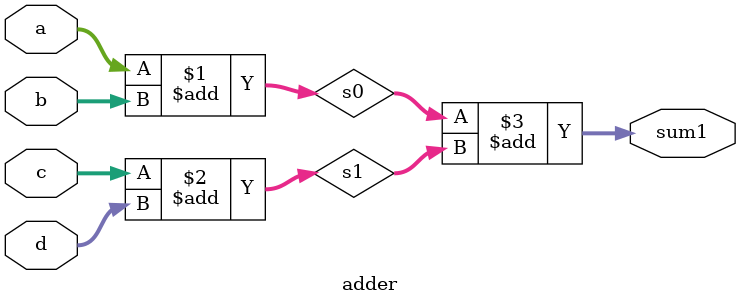
<source format=v>
`timescale 1ns / 1ps  
module mac9 (
    input clk,
    input reset,

    input signed [31:0] I0, I1, I2, I3, I4, I5, I6, I7, I8,
    input signed [31:0] W0, W1, W2, W3, W4, W5, W6, W7, W8,
    output reg signed [31:0]out_con
 
);

    // Stage 1: Multiplication
    reg signed [31:0] P0, P1, P2, P3, P4, P5, P6, P7, P8;
    reg signed[31:0]a,b,c,d,e,f,g,h,i,i1;
    wire signed[31:0]sum1,sum2;
    reg signed[31:0]sum;
    adder add1(.a(a),.b(b),.c(c),.d(d),.sum1(sum1));
    adder add2(.a(e),.b(f),.c(g),.d(h),.sum1(sum2));
    
///////////////stage1///////////////////////////////////////////
    always @(posedge clk) begin
        if (reset) begin
            P0 <= 0; P1 <= 0; P2 <= 0; P3 <= 0; P4 <= 0;
            P5 <= 0; P6 <= 0; P7 <= 0; P8 <= 0;
        end else begin
            P0 <= I0 * W0;
            P1 <= I1 * W1;
            P2 <= I2 * W2;
            P3 <= I3 * W3;
            P4 <= I4 * W4;
            P5 <= I5 * W5;
            P6 <= I6 * W6;
            P7 <= I7 * W7;
            P8 <= I8 * W8;
        end
    end
///////////Stage 2: Group-wise addition and tree reduction/////////
    always @(posedge clk) begin
        if (reset) begin
            a<=0; b<=0;c<=0; d<=0;
            e<=0; f<=0;g<=0; h<=0;
            end
        else begin
             a<=P0;b<=P1;c<=P2;
             d<=P3;e<=P4;f<=P5;
             g<=P6;h<=P7;i<=P8;
        end
    end
/////////////Stage 3: ReLU Activation/////////////////////////////////
 always @(posedge clk) begin
        if (reset) begin
            sum <= 0;
          
        end    
        else
           sum<=sum1+sum2;
           i1<=i;
           
    end

//////////////////////////////////////////////////////////////////
/////////////Stage 4: ReLU Activation/////////////////////////////////
   always @(posedge clk) begin
        if (reset) begin
            //out <= 0;
        end    
        else
            out_con<=sum+i1;
           // out <= (sum+i1<= 0) ? 32'd0 : sum+i1;
    end
endmodule
//////////////////////////////////////////////////////////////////

module adder (
    input [31:0] a, b, c, d,
    output signed[31:0] sum1
);
    // Layer 1: 4 pairs + 1 leftover
    wire signed[31:0] s0 = a + b;
    wire signed[31:0] s1 = c + d;
    assign  sum1 = s0 + s1;
endmodule
///////////////////////////////////////////////////////////////////
</source>
